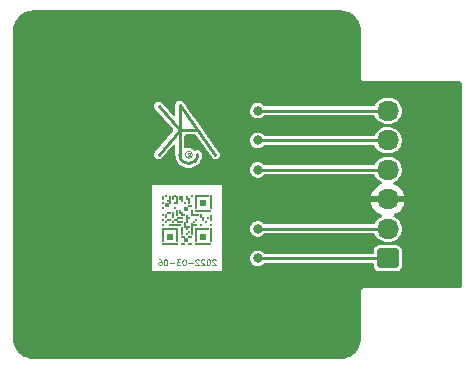
<source format=gbr>
%TF.GenerationSoftware,KiCad,Pcbnew,(6.0.2-0)*%
%TF.CreationDate,2022-03-06T07:34:13+00:00*%
%TF.ProjectId,L86,4c38362e-6b69-4636-9164-5f7063625858,rev?*%
%TF.SameCoordinates,Original*%
%TF.FileFunction,Copper,L2,Bot*%
%TF.FilePolarity,Positive*%
%FSLAX46Y46*%
G04 Gerber Fmt 4.6, Leading zero omitted, Abs format (unit mm)*
G04 Created by KiCad (PCBNEW (6.0.2-0)) date 2022-03-06 07:34:13*
%MOMM*%
%LPD*%
G01*
G04 APERTURE LIST*
G04 Aperture macros list*
%AMRoundRect*
0 Rectangle with rounded corners*
0 $1 Rounding radius*
0 $2 $3 $4 $5 $6 $7 $8 $9 X,Y pos of 4 corners*
0 Add a 4 corners polygon primitive as box body*
4,1,4,$2,$3,$4,$5,$6,$7,$8,$9,$2,$3,0*
0 Add four circle primitives for the rounded corners*
1,1,$1+$1,$2,$3*
1,1,$1+$1,$4,$5*
1,1,$1+$1,$6,$7*
1,1,$1+$1,$8,$9*
0 Add four rect primitives between the rounded corners*
20,1,$1+$1,$2,$3,$4,$5,0*
20,1,$1+$1,$4,$5,$6,$7,0*
20,1,$1+$1,$6,$7,$8,$9,0*
20,1,$1+$1,$8,$9,$2,$3,0*%
G04 Aperture macros list end*
%ADD10C,0.100000*%
%TA.AperFunction,NonConductor*%
%ADD11C,0.100000*%
%TD*%
%TA.AperFunction,EtchedComponent*%
%ADD12C,0.080000*%
%TD*%
%TA.AperFunction,EtchedComponent*%
%ADD13C,0.250000*%
%TD*%
%TA.AperFunction,ComponentPad*%
%ADD14RoundRect,0.250000X0.675000X-0.600000X0.675000X0.600000X-0.675000X0.600000X-0.675000X-0.600000X0*%
%TD*%
%TA.AperFunction,ComponentPad*%
%ADD15O,1.850000X1.700000*%
%TD*%
%TA.AperFunction,SMDPad,CuDef*%
%ADD16R,1.000000X0.200000*%
%TD*%
%TA.AperFunction,SMDPad,CuDef*%
%ADD17R,0.200000X0.200000*%
%TD*%
%TA.AperFunction,SMDPad,CuDef*%
%ADD18R,0.600000X0.600000*%
%TD*%
%TA.AperFunction,SMDPad,CuDef*%
%ADD19R,0.200000X0.600000*%
%TD*%
%TA.AperFunction,SMDPad,CuDef*%
%ADD20R,0.400000X0.400000*%
%TD*%
%TA.AperFunction,SMDPad,CuDef*%
%ADD21R,0.200000X1.200000*%
%TD*%
%TA.AperFunction,SMDPad,CuDef*%
%ADD22R,0.400000X0.200000*%
%TD*%
%TA.AperFunction,SMDPad,CuDef*%
%ADD23R,0.200000X0.400000*%
%TD*%
%TA.AperFunction,SMDPad,CuDef*%
%ADD24R,1.400000X0.200000*%
%TD*%
%TA.AperFunction,SMDPad,CuDef*%
%ADD25R,0.200000X1.000000*%
%TD*%
%TA.AperFunction,SMDPad,CuDef*%
%ADD26R,0.600000X0.200000*%
%TD*%
%TA.AperFunction,SMDPad,CuDef*%
%ADD27R,0.200000X0.800000*%
%TD*%
%TA.AperFunction,SMDPad,CuDef*%
%ADD28R,0.800000X0.200000*%
%TD*%
%TA.AperFunction,ViaPad*%
%ADD29C,0.800000*%
%TD*%
%TA.AperFunction,Conductor*%
%ADD30C,0.250000*%
%TD*%
G04 APERTURE END LIST*
D10*
%TO.C,U2*%
D11*
X102428571Y-106373809D02*
X102404761Y-106350000D01*
X102357142Y-106326190D01*
X102238095Y-106326190D01*
X102190476Y-106350000D01*
X102166666Y-106373809D01*
X102142857Y-106421428D01*
X102142857Y-106469047D01*
X102166666Y-106540476D01*
X102452380Y-106826190D01*
X102142857Y-106826190D01*
X101833333Y-106326190D02*
X101785714Y-106326190D01*
X101738095Y-106350000D01*
X101714285Y-106373809D01*
X101690476Y-106421428D01*
X101666666Y-106516666D01*
X101666666Y-106635714D01*
X101690476Y-106730952D01*
X101714285Y-106778571D01*
X101738095Y-106802380D01*
X101785714Y-106826190D01*
X101833333Y-106826190D01*
X101880952Y-106802380D01*
X101904761Y-106778571D01*
X101928571Y-106730952D01*
X101952380Y-106635714D01*
X101952380Y-106516666D01*
X101928571Y-106421428D01*
X101904761Y-106373809D01*
X101880952Y-106350000D01*
X101833333Y-106326190D01*
X101476190Y-106373809D02*
X101452380Y-106350000D01*
X101404761Y-106326190D01*
X101285714Y-106326190D01*
X101238095Y-106350000D01*
X101214285Y-106373809D01*
X101190476Y-106421428D01*
X101190476Y-106469047D01*
X101214285Y-106540476D01*
X101500000Y-106826190D01*
X101190476Y-106826190D01*
X101000000Y-106373809D02*
X100976190Y-106350000D01*
X100928571Y-106326190D01*
X100809523Y-106326190D01*
X100761904Y-106350000D01*
X100738095Y-106373809D01*
X100714285Y-106421428D01*
X100714285Y-106469047D01*
X100738095Y-106540476D01*
X101023809Y-106826190D01*
X100714285Y-106826190D01*
X100500000Y-106635714D02*
X100119047Y-106635714D01*
X99785714Y-106326190D02*
X99738095Y-106326190D01*
X99690476Y-106350000D01*
X99666666Y-106373809D01*
X99642857Y-106421428D01*
X99619047Y-106516666D01*
X99619047Y-106635714D01*
X99642857Y-106730952D01*
X99666666Y-106778571D01*
X99690476Y-106802380D01*
X99738095Y-106826190D01*
X99785714Y-106826190D01*
X99833333Y-106802380D01*
X99857142Y-106778571D01*
X99880952Y-106730952D01*
X99904761Y-106635714D01*
X99904761Y-106516666D01*
X99880952Y-106421428D01*
X99857142Y-106373809D01*
X99833333Y-106350000D01*
X99785714Y-106326190D01*
X99452380Y-106326190D02*
X99142857Y-106326190D01*
X99309523Y-106516666D01*
X99238095Y-106516666D01*
X99190476Y-106540476D01*
X99166666Y-106564285D01*
X99142857Y-106611904D01*
X99142857Y-106730952D01*
X99166666Y-106778571D01*
X99190476Y-106802380D01*
X99238095Y-106826190D01*
X99380952Y-106826190D01*
X99428571Y-106802380D01*
X99452380Y-106778571D01*
X98928571Y-106635714D02*
X98547619Y-106635714D01*
X98214285Y-106326190D02*
X98166666Y-106326190D01*
X98119047Y-106350000D01*
X98095238Y-106373809D01*
X98071428Y-106421428D01*
X98047619Y-106516666D01*
X98047619Y-106635714D01*
X98071428Y-106730952D01*
X98095238Y-106778571D01*
X98119047Y-106802380D01*
X98166666Y-106826190D01*
X98214285Y-106826190D01*
X98261904Y-106802380D01*
X98285714Y-106778571D01*
X98309523Y-106730952D01*
X98333333Y-106635714D01*
X98333333Y-106516666D01*
X98309523Y-106421428D01*
X98285714Y-106373809D01*
X98261904Y-106350000D01*
X98214285Y-106326190D01*
X97619047Y-106326190D02*
X97714285Y-106326190D01*
X97761904Y-106350000D01*
X97785714Y-106373809D01*
X97833333Y-106445238D01*
X97857142Y-106540476D01*
X97857142Y-106730952D01*
X97833333Y-106778571D01*
X97809523Y-106802380D01*
X97761904Y-106826190D01*
X97666666Y-106826190D01*
X97619047Y-106802380D01*
X97595238Y-106778571D01*
X97571428Y-106730952D01*
X97571428Y-106611904D01*
X97595238Y-106564285D01*
X97619047Y-106540476D01*
X97666666Y-106516666D01*
X97761904Y-106516666D01*
X97809523Y-106540476D01*
X97833333Y-106564285D01*
X97857142Y-106611904D01*
D12*
%TO.C,Logo1*%
X100250000Y-97325000D02*
X100250000Y-97625000D01*
X100250000Y-97485000D02*
X100150000Y-97485000D01*
X100150000Y-97485000D02*
X100050000Y-97625000D01*
X100250000Y-97325000D02*
X100150000Y-97325000D01*
D13*
X99400000Y-93275000D02*
X99400000Y-97475000D01*
X99400000Y-95375000D02*
X100900000Y-95375000D01*
X99400000Y-95375000D02*
X97600000Y-97475000D01*
X99400000Y-93275000D02*
X102400000Y-97475000D01*
X97600000Y-93375000D02*
X99400000Y-95375000D01*
D12*
X100150000Y-97325000D02*
G75*
G03*
X100150000Y-97485000I0J-80000D01*
G01*
D13*
X99400000Y-97475000D02*
G75*
G03*
X100900000Y-97475000I750000J0D01*
G01*
D12*
X100470000Y-97485000D02*
G75*
G03*
X100470000Y-97485000I-300000J0D01*
G01*
%TD*%
D14*
%TO.P,J1,1,Pin_1*%
%TO.N,Net-(J1-Pad1)*%
X117000000Y-106250000D03*
D15*
%TO.P,J1,2,Pin_2*%
%TO.N,Net-(J1-Pad2)*%
X117000000Y-103750000D03*
%TO.P,J1,3,Pin_3*%
%TO.N,GND*%
X117000000Y-101250000D03*
%TO.P,J1,4,Pin_4*%
%TO.N,Net-(J1-Pad4)*%
X117000000Y-98750000D03*
%TO.P,J1,5,Pin_5*%
%TO.N,Net-(J1-Pad5)*%
X117000000Y-96250000D03*
%TO.P,J1,6,Pin_6*%
%TO.N,Net-(J1-Pad6)*%
X117000000Y-93750000D03*
%TD*%
D16*
%TO.P,U2,*%
%TO.N,*%
X101400000Y-101000000D03*
D17*
X100600000Y-103200000D03*
X101200000Y-103400000D03*
D18*
X98600000Y-104400000D03*
D19*
X99800000Y-103400000D03*
D20*
X99900000Y-102100000D03*
D21*
X99200000Y-104300000D03*
D22*
X99700000Y-104400000D03*
D17*
X101800000Y-102800000D03*
X99400000Y-102200000D03*
X98200000Y-103200000D03*
D21*
X100800000Y-101500000D03*
D17*
X98800000Y-103200000D03*
D23*
X100000000Y-101100000D03*
D17*
X100200000Y-104000000D03*
D18*
X101400000Y-101600000D03*
D24*
X101400000Y-102200000D03*
D22*
X99100000Y-101600000D03*
X100300000Y-101800000D03*
D17*
X99000000Y-102000000D03*
D25*
X100400000Y-103800000D03*
D23*
X101200000Y-102700000D03*
D21*
X102000000Y-101500000D03*
D17*
X98000000Y-102000000D03*
X98000000Y-103000000D03*
D16*
X101400000Y-103800000D03*
D19*
X102000000Y-102800000D03*
D17*
X100800000Y-103000000D03*
D21*
X98000000Y-104300000D03*
D26*
X99400000Y-103200000D03*
D22*
X99100000Y-103000000D03*
X100300000Y-104400000D03*
X99500000Y-102400000D03*
D17*
X100200000Y-103600000D03*
D23*
X98000000Y-101100000D03*
D19*
X98800000Y-102600000D03*
D23*
X100000000Y-103700000D03*
D20*
X99900000Y-104700000D03*
D27*
X98600000Y-101300000D03*
D28*
X100700000Y-102600000D03*
D18*
X101400000Y-104400000D03*
D17*
X98000000Y-102600000D03*
X102000000Y-103400000D03*
X100200000Y-102800000D03*
D21*
X102000000Y-104300000D03*
D17*
X98200000Y-101000000D03*
D16*
X99000000Y-103400000D03*
D24*
X101400000Y-105000000D03*
D17*
X101600000Y-103200000D03*
D19*
X99200000Y-102400000D03*
D17*
X100000000Y-104200000D03*
D22*
X100700000Y-103400000D03*
D20*
X98300000Y-101700000D03*
D19*
X100200000Y-101400000D03*
D23*
X100400000Y-102300000D03*
D16*
X98600000Y-103800000D03*
D23*
X98800000Y-101100000D03*
X99400000Y-101100000D03*
D22*
X98500000Y-102400000D03*
D26*
X99400000Y-102800000D03*
D17*
X100400000Y-101000000D03*
X98000000Y-103400000D03*
D27*
X100000000Y-102900000D03*
D21*
X100800000Y-104300000D03*
D17*
X98400000Y-101400000D03*
D23*
X101400000Y-102900000D03*
D17*
X99800000Y-101600000D03*
D22*
X100300000Y-105000000D03*
D17*
X98000000Y-101600000D03*
D23*
X98200000Y-102700000D03*
D27*
X99600000Y-103900000D03*
D19*
X99200000Y-101200000D03*
D17*
X99000000Y-101000000D03*
D19*
X99600000Y-101200000D03*
D24*
X98600000Y-105000000D03*
D22*
X98500000Y-103000000D03*
X99700000Y-102600000D03*
X99700000Y-105000000D03*
%TD*%
D29*
%TO.N,Net-(J1-Pad1)*%
X106000000Y-106250000D03*
%TO.N,Net-(J1-Pad2)*%
X106000000Y-103750000D03*
%TO.N,Net-(J1-Pad4)*%
X106000000Y-98750000D03*
%TO.N,Net-(J1-Pad5)*%
X106000000Y-96250000D03*
%TO.N,Net-(J1-Pad6)*%
X106000000Y-93750000D03*
%TD*%
D30*
%TO.N,Net-(J1-Pad1)*%
X117000000Y-106250000D02*
X106000000Y-106250000D01*
%TO.N,Net-(J1-Pad2)*%
X117000000Y-103750000D02*
X106000000Y-103750000D01*
%TO.N,Net-(J1-Pad4)*%
X117000000Y-98750000D02*
X106000000Y-98750000D01*
%TO.N,Net-(J1-Pad5)*%
X117000000Y-96250000D02*
X106000000Y-96250000D01*
%TO.N,Net-(J1-Pad6)*%
X117000000Y-93750000D02*
X106000000Y-93750000D01*
%TD*%
%TA.AperFunction,Conductor*%
%TO.N,GND*%
G36*
X112987153Y-85256421D02*
G01*
X113000000Y-85258976D01*
X113012171Y-85256555D01*
X113024581Y-85256555D01*
X113024581Y-85257198D01*
X113035326Y-85256527D01*
X113239491Y-85271129D01*
X113257285Y-85273687D01*
X113483101Y-85322810D01*
X113500350Y-85327875D01*
X113583148Y-85358757D01*
X113716877Y-85408635D01*
X113733226Y-85416102D01*
X113936049Y-85526852D01*
X113951173Y-85536571D01*
X114136176Y-85675063D01*
X114149762Y-85686836D01*
X114313164Y-85850238D01*
X114324937Y-85863824D01*
X114463429Y-86048827D01*
X114473148Y-86063951D01*
X114583898Y-86266774D01*
X114591367Y-86283127D01*
X114672125Y-86499650D01*
X114677190Y-86516899D01*
X114726313Y-86742715D01*
X114728871Y-86760509D01*
X114743473Y-86964674D01*
X114742802Y-86975419D01*
X114743445Y-86975419D01*
X114743445Y-86987829D01*
X114741024Y-87000000D01*
X114743445Y-87012170D01*
X114743579Y-87012844D01*
X114746000Y-87037425D01*
X114746000Y-90962575D01*
X114743579Y-90987153D01*
X114741024Y-91000000D01*
X114746000Y-91025017D01*
X114760737Y-91099106D01*
X114816876Y-91183124D01*
X114900894Y-91239263D01*
X115000000Y-91258976D01*
X115012847Y-91256421D01*
X115037425Y-91254000D01*
X123120000Y-91254000D01*
X123188121Y-91274002D01*
X123234614Y-91327658D01*
X123246000Y-91380000D01*
X123246000Y-108620000D01*
X123225998Y-108688121D01*
X123172342Y-108734614D01*
X123120000Y-108746000D01*
X115037425Y-108746000D01*
X115012847Y-108743579D01*
X115000000Y-108741024D01*
X114987828Y-108743445D01*
X114974983Y-108746000D01*
X114900894Y-108760737D01*
X114816876Y-108816876D01*
X114760737Y-108900894D01*
X114741024Y-109000000D01*
X114743445Y-109012170D01*
X114743579Y-109012844D01*
X114746000Y-109037425D01*
X114746000Y-112962575D01*
X114743579Y-112987153D01*
X114741024Y-113000000D01*
X114743445Y-113012171D01*
X114743445Y-113024581D01*
X114742802Y-113024581D01*
X114743473Y-113035326D01*
X114728871Y-113239491D01*
X114726313Y-113257285D01*
X114677190Y-113483101D01*
X114672125Y-113500350D01*
X114591367Y-113716873D01*
X114583898Y-113733226D01*
X114473148Y-113936049D01*
X114463429Y-113951173D01*
X114324937Y-114136176D01*
X114313164Y-114149762D01*
X114149762Y-114313164D01*
X114136176Y-114324937D01*
X113951173Y-114463429D01*
X113936049Y-114473148D01*
X113733226Y-114583898D01*
X113716877Y-114591365D01*
X113583148Y-114641243D01*
X113500350Y-114672125D01*
X113483101Y-114677190D01*
X113257285Y-114726313D01*
X113239491Y-114728871D01*
X113035326Y-114743473D01*
X113024581Y-114742802D01*
X113024581Y-114743445D01*
X113012171Y-114743445D01*
X113000000Y-114741024D01*
X112987153Y-114743579D01*
X112962575Y-114746000D01*
X87037425Y-114746000D01*
X87012847Y-114743579D01*
X87000000Y-114741024D01*
X86987829Y-114743445D01*
X86975419Y-114743445D01*
X86975419Y-114742802D01*
X86964674Y-114743473D01*
X86760509Y-114728871D01*
X86742715Y-114726313D01*
X86516899Y-114677190D01*
X86499650Y-114672125D01*
X86416852Y-114641243D01*
X86283123Y-114591365D01*
X86266774Y-114583898D01*
X86063951Y-114473148D01*
X86048827Y-114463429D01*
X85863824Y-114324937D01*
X85850238Y-114313164D01*
X85686836Y-114149762D01*
X85675063Y-114136176D01*
X85536571Y-113951173D01*
X85526852Y-113936049D01*
X85416102Y-113733226D01*
X85408633Y-113716873D01*
X85327875Y-113500350D01*
X85322810Y-113483101D01*
X85273687Y-113257285D01*
X85271129Y-113239491D01*
X85256527Y-113035326D01*
X85257198Y-113024581D01*
X85256555Y-113024581D01*
X85256555Y-113012171D01*
X85258976Y-113000000D01*
X85256421Y-112987153D01*
X85254000Y-112962575D01*
X85254000Y-107350000D01*
X97050000Y-107350000D01*
X102950000Y-107350000D01*
X102950000Y-106243096D01*
X105340729Y-106243096D01*
X105358113Y-106400553D01*
X105412553Y-106549319D01*
X105500908Y-106680805D01*
X105506527Y-106685918D01*
X105506528Y-106685919D01*
X105517903Y-106696269D01*
X105618076Y-106787419D01*
X105757293Y-106863008D01*
X105910522Y-106903207D01*
X105994477Y-106904526D01*
X106061319Y-106905576D01*
X106061322Y-106905576D01*
X106068916Y-106905695D01*
X106223332Y-106870329D01*
X106293742Y-106834917D01*
X106358072Y-106802563D01*
X106358075Y-106802561D01*
X106364855Y-106799151D01*
X106370626Y-106794222D01*
X106370629Y-106794220D01*
X106479542Y-106701199D01*
X106479543Y-106701198D01*
X106485314Y-106696269D01*
X106495586Y-106681974D01*
X106551581Y-106638326D01*
X106597909Y-106629500D01*
X115694500Y-106629500D01*
X115762621Y-106649502D01*
X115809114Y-106703158D01*
X115820500Y-106755500D01*
X115820500Y-106897756D01*
X115820869Y-106901152D01*
X115820869Y-106901153D01*
X115821350Y-106905576D01*
X115827202Y-106959448D01*
X115877929Y-107094764D01*
X115883309Y-107101943D01*
X115883311Y-107101946D01*
X115949287Y-107189977D01*
X115964596Y-107210404D01*
X115971776Y-107215785D01*
X116073054Y-107291689D01*
X116073057Y-107291691D01*
X116080236Y-107297071D01*
X116169954Y-107330704D01*
X116208157Y-107345026D01*
X116208159Y-107345026D01*
X116215552Y-107347798D01*
X116223402Y-107348651D01*
X116223403Y-107348651D01*
X116235821Y-107350000D01*
X116277244Y-107354500D01*
X117722756Y-107354500D01*
X117764179Y-107350000D01*
X117776597Y-107348651D01*
X117776598Y-107348651D01*
X117784448Y-107347798D01*
X117791841Y-107345026D01*
X117791843Y-107345026D01*
X117830046Y-107330704D01*
X117919764Y-107297071D01*
X117926943Y-107291691D01*
X117926946Y-107291689D01*
X118028224Y-107215785D01*
X118035404Y-107210404D01*
X118050713Y-107189977D01*
X118116689Y-107101946D01*
X118116691Y-107101943D01*
X118122071Y-107094764D01*
X118172798Y-106959448D01*
X118178651Y-106905576D01*
X118179131Y-106901153D01*
X118179131Y-106901152D01*
X118179500Y-106897756D01*
X118179500Y-105602244D01*
X118172798Y-105540552D01*
X118122071Y-105405236D01*
X118116691Y-105398057D01*
X118116689Y-105398054D01*
X118040785Y-105296776D01*
X118035404Y-105289596D01*
X118014977Y-105274287D01*
X117926946Y-105208311D01*
X117926943Y-105208309D01*
X117919764Y-105202929D01*
X117830046Y-105169296D01*
X117791843Y-105154974D01*
X117791841Y-105154974D01*
X117784448Y-105152202D01*
X117776598Y-105151349D01*
X117776597Y-105151349D01*
X117726153Y-105145869D01*
X117726152Y-105145869D01*
X117722756Y-105145500D01*
X116277244Y-105145500D01*
X116273848Y-105145869D01*
X116273847Y-105145869D01*
X116223403Y-105151349D01*
X116223402Y-105151349D01*
X116215552Y-105152202D01*
X116208159Y-105154974D01*
X116208157Y-105154974D01*
X116169954Y-105169296D01*
X116080236Y-105202929D01*
X116073057Y-105208309D01*
X116073054Y-105208311D01*
X115985023Y-105274287D01*
X115964596Y-105289596D01*
X115959215Y-105296776D01*
X115883311Y-105398054D01*
X115883309Y-105398057D01*
X115877929Y-105405236D01*
X115827202Y-105540552D01*
X115820500Y-105602244D01*
X115820500Y-105744500D01*
X115800498Y-105812621D01*
X115746842Y-105859114D01*
X115694500Y-105870500D01*
X106599682Y-105870500D01*
X106531561Y-105850498D01*
X106505114Y-105824860D01*
X106503878Y-105825949D01*
X106498855Y-105820251D01*
X106494553Y-105813992D01*
X106376275Y-105708611D01*
X106368889Y-105704700D01*
X106242988Y-105638039D01*
X106242989Y-105638039D01*
X106236274Y-105634484D01*
X106082633Y-105595892D01*
X106075034Y-105595852D01*
X106075033Y-105595852D01*
X106009181Y-105595507D01*
X105924221Y-105595062D01*
X105916841Y-105596834D01*
X105916839Y-105596834D01*
X105777563Y-105630271D01*
X105777560Y-105630272D01*
X105770184Y-105632043D01*
X105629414Y-105704700D01*
X105510039Y-105808838D01*
X105418950Y-105938444D01*
X105361406Y-106086037D01*
X105340729Y-106243096D01*
X102950000Y-106243096D01*
X102950000Y-103743096D01*
X105340729Y-103743096D01*
X105358113Y-103900553D01*
X105360723Y-103907684D01*
X105360723Y-103907686D01*
X105401254Y-104018442D01*
X105412553Y-104049319D01*
X105500908Y-104180805D01*
X105506527Y-104185918D01*
X105506528Y-104185919D01*
X105540763Y-104217070D01*
X105618076Y-104287419D01*
X105757293Y-104363008D01*
X105910522Y-104403207D01*
X105994477Y-104404526D01*
X106061319Y-104405576D01*
X106061322Y-104405576D01*
X106068916Y-104405695D01*
X106223332Y-104370329D01*
X106293742Y-104334917D01*
X106358072Y-104302563D01*
X106358075Y-104302561D01*
X106364855Y-104299151D01*
X106370626Y-104294222D01*
X106370629Y-104294220D01*
X106479542Y-104201199D01*
X106479543Y-104201198D01*
X106485314Y-104196269D01*
X106495586Y-104181974D01*
X106551581Y-104138326D01*
X106597909Y-104129500D01*
X115803109Y-104129500D01*
X115871230Y-104149502D01*
X115917810Y-104203349D01*
X115963157Y-104303084D01*
X116085096Y-104474986D01*
X116237340Y-104620728D01*
X116242375Y-104623979D01*
X116409360Y-104731800D01*
X116409363Y-104731801D01*
X116414397Y-104735052D01*
X116609878Y-104813834D01*
X116732688Y-104837817D01*
X116812283Y-104853361D01*
X116812286Y-104853361D01*
X116816729Y-104854229D01*
X116822270Y-104854500D01*
X117127659Y-104854500D01*
X117284806Y-104839507D01*
X117487042Y-104780177D01*
X117570304Y-104737294D01*
X117669079Y-104686422D01*
X117669082Y-104686420D01*
X117674410Y-104683676D01*
X117750408Y-104623979D01*
X117835432Y-104557192D01*
X117835436Y-104557188D01*
X117840149Y-104553486D01*
X117904674Y-104479128D01*
X117974350Y-104398835D01*
X117974354Y-104398830D01*
X117978281Y-104394304D01*
X118083819Y-104211874D01*
X118152957Y-104012778D01*
X118168195Y-103907686D01*
X118182338Y-103810140D01*
X118182338Y-103810137D01*
X118183199Y-103804200D01*
X118173455Y-103593667D01*
X118136047Y-103438444D01*
X118125482Y-103394607D01*
X118125481Y-103394605D01*
X118124076Y-103388774D01*
X118115768Y-103370500D01*
X118044458Y-103213664D01*
X118036843Y-103196916D01*
X117914904Y-103025014D01*
X117762660Y-102879272D01*
X117665171Y-102816324D01*
X117590640Y-102768200D01*
X117590637Y-102768199D01*
X117585603Y-102764948D01*
X117575643Y-102760934D01*
X117560226Y-102754720D01*
X117504521Y-102710704D01*
X117481456Y-102643558D01*
X117498354Y-102574602D01*
X117555576Y-102522973D01*
X117732970Y-102443063D01*
X117742256Y-102437894D01*
X117924575Y-102315150D01*
X117932870Y-102308481D01*
X118091900Y-102156772D01*
X118098941Y-102148814D01*
X118230141Y-101972475D01*
X118235745Y-101963438D01*
X118335357Y-101767516D01*
X118339357Y-101757665D01*
X118404534Y-101547760D01*
X118406817Y-101537376D01*
X118408861Y-101521957D01*
X118406665Y-101507793D01*
X118393478Y-101504000D01*
X115608808Y-101504000D01*
X115595277Y-101507973D01*
X115593752Y-101518580D01*
X115618477Y-101636421D01*
X115621537Y-101646617D01*
X115702263Y-101851029D01*
X115706994Y-101860561D01*
X115821016Y-102048462D01*
X115827280Y-102057052D01*
X115971327Y-102223052D01*
X115978958Y-102230472D01*
X116148911Y-102369826D01*
X116157678Y-102375850D01*
X116348682Y-102484576D01*
X116358345Y-102489041D01*
X116440788Y-102518966D01*
X116497996Y-102561010D01*
X116523392Y-102627309D01*
X116508912Y-102696814D01*
X116455490Y-102749421D01*
X116325590Y-102816324D01*
X116320875Y-102820028D01*
X116164568Y-102942808D01*
X116164564Y-102942812D01*
X116159851Y-102946514D01*
X116155920Y-102951044D01*
X116155919Y-102951045D01*
X116025650Y-103101165D01*
X116025646Y-103101170D01*
X116021719Y-103105696D01*
X115916181Y-103288126D01*
X115914214Y-103293791D01*
X115912766Y-103296953D01*
X115866221Y-103350564D01*
X115798203Y-103370500D01*
X106599682Y-103370500D01*
X106531561Y-103350498D01*
X106505114Y-103324860D01*
X106503878Y-103325949D01*
X106498855Y-103320251D01*
X106494553Y-103313992D01*
X106376275Y-103208611D01*
X106368889Y-103204700D01*
X106242988Y-103138039D01*
X106242989Y-103138039D01*
X106236274Y-103134484D01*
X106082633Y-103095892D01*
X106075034Y-103095852D01*
X106075033Y-103095852D01*
X106009181Y-103095507D01*
X105924221Y-103095062D01*
X105916841Y-103096834D01*
X105916839Y-103096834D01*
X105777563Y-103130271D01*
X105777560Y-103130272D01*
X105770184Y-103132043D01*
X105629414Y-103204700D01*
X105510039Y-103308838D01*
X105418950Y-103438444D01*
X105361406Y-103586037D01*
X105360414Y-103593570D01*
X105360414Y-103593571D01*
X105360402Y-103593667D01*
X105340729Y-103743096D01*
X102950000Y-103743096D01*
X102950000Y-100050000D01*
X97050000Y-100050000D01*
X97050000Y-107350000D01*
X85254000Y-107350000D01*
X85254000Y-98743096D01*
X105340729Y-98743096D01*
X105358113Y-98900553D01*
X105360723Y-98907684D01*
X105360723Y-98907686D01*
X105401254Y-99018442D01*
X105412553Y-99049319D01*
X105500908Y-99180805D01*
X105506527Y-99185918D01*
X105506528Y-99185919D01*
X105540763Y-99217070D01*
X105618076Y-99287419D01*
X105757293Y-99363008D01*
X105910522Y-99403207D01*
X105994477Y-99404526D01*
X106061319Y-99405576D01*
X106061322Y-99405576D01*
X106068916Y-99405695D01*
X106223332Y-99370329D01*
X106293742Y-99334917D01*
X106358072Y-99302563D01*
X106358075Y-99302561D01*
X106364855Y-99299151D01*
X106370626Y-99294222D01*
X106370629Y-99294220D01*
X106479542Y-99201199D01*
X106479543Y-99201198D01*
X106485314Y-99196269D01*
X106495586Y-99181974D01*
X106551581Y-99138326D01*
X106597909Y-99129500D01*
X115803109Y-99129500D01*
X115871230Y-99149502D01*
X115917810Y-99203349D01*
X115963157Y-99303084D01*
X116085096Y-99474986D01*
X116237340Y-99620728D01*
X116242375Y-99623979D01*
X116409360Y-99731800D01*
X116409363Y-99731801D01*
X116414397Y-99735052D01*
X116419963Y-99737295D01*
X116439774Y-99745280D01*
X116495479Y-99789296D01*
X116518544Y-99856442D01*
X116501646Y-99925398D01*
X116444424Y-99977027D01*
X116267030Y-100056937D01*
X116257744Y-100062106D01*
X116075425Y-100184850D01*
X116067130Y-100191519D01*
X115908100Y-100343228D01*
X115901059Y-100351186D01*
X115769859Y-100527525D01*
X115764255Y-100536562D01*
X115664643Y-100732484D01*
X115660643Y-100742335D01*
X115595466Y-100952240D01*
X115593183Y-100962624D01*
X115591139Y-100978043D01*
X115593335Y-100992207D01*
X115606522Y-100996000D01*
X118391192Y-100996000D01*
X118404723Y-100992027D01*
X118406248Y-100981420D01*
X118381523Y-100863579D01*
X118378463Y-100853383D01*
X118297737Y-100648971D01*
X118293006Y-100639439D01*
X118178984Y-100451538D01*
X118172720Y-100442948D01*
X118028673Y-100276948D01*
X118021042Y-100269528D01*
X117851089Y-100130174D01*
X117842322Y-100124150D01*
X117651318Y-100015424D01*
X117641655Y-100010959D01*
X117559212Y-99981034D01*
X117502004Y-99938990D01*
X117476608Y-99872691D01*
X117491088Y-99803186D01*
X117544510Y-99750579D01*
X117545350Y-99750147D01*
X117674410Y-99683676D01*
X117750408Y-99623979D01*
X117835432Y-99557192D01*
X117835436Y-99557188D01*
X117840149Y-99553486D01*
X117904674Y-99479128D01*
X117974350Y-99398835D01*
X117974354Y-99398830D01*
X117978281Y-99394304D01*
X118083819Y-99211874D01*
X118152957Y-99012778D01*
X118168195Y-98907686D01*
X118182338Y-98810140D01*
X118182338Y-98810137D01*
X118183199Y-98804200D01*
X118173455Y-98593667D01*
X118159954Y-98537643D01*
X118125482Y-98394607D01*
X118125481Y-98394605D01*
X118124076Y-98388774D01*
X118115768Y-98370500D01*
X118044458Y-98213664D01*
X118036843Y-98196916D01*
X117914904Y-98025014D01*
X117762660Y-97879272D01*
X117685516Y-97829461D01*
X117590640Y-97768200D01*
X117590637Y-97768199D01*
X117585603Y-97764948D01*
X117390122Y-97686166D01*
X117255739Y-97659923D01*
X117187717Y-97646639D01*
X117187714Y-97646639D01*
X117183271Y-97645771D01*
X117177730Y-97645500D01*
X116872341Y-97645500D01*
X116715194Y-97660493D01*
X116512958Y-97719823D01*
X116437560Y-97758655D01*
X116330921Y-97813578D01*
X116330918Y-97813580D01*
X116325590Y-97816324D01*
X116292833Y-97842055D01*
X116164568Y-97942808D01*
X116164564Y-97942812D01*
X116159851Y-97946514D01*
X116155920Y-97951044D01*
X116155919Y-97951045D01*
X116025650Y-98101165D01*
X116025646Y-98101170D01*
X116021719Y-98105696D01*
X115916181Y-98288126D01*
X115914214Y-98293791D01*
X115912766Y-98296953D01*
X115866221Y-98350564D01*
X115798203Y-98370500D01*
X106599682Y-98370500D01*
X106531561Y-98350498D01*
X106505114Y-98324860D01*
X106503878Y-98325949D01*
X106498855Y-98320251D01*
X106494553Y-98313992D01*
X106376275Y-98208611D01*
X106368889Y-98204700D01*
X106242988Y-98138039D01*
X106242989Y-98138039D01*
X106236274Y-98134484D01*
X106082633Y-98095892D01*
X106075034Y-98095852D01*
X106075033Y-98095852D01*
X106009181Y-98095507D01*
X105924221Y-98095062D01*
X105916841Y-98096834D01*
X105916839Y-98096834D01*
X105777563Y-98130271D01*
X105777560Y-98130272D01*
X105770184Y-98132043D01*
X105629414Y-98204700D01*
X105510039Y-98308838D01*
X105418950Y-98438444D01*
X105361406Y-98586037D01*
X105360414Y-98593570D01*
X105360414Y-98593571D01*
X105360402Y-98593667D01*
X105340729Y-98743096D01*
X85254000Y-98743096D01*
X85254000Y-97456221D01*
X97216218Y-97456221D01*
X97217423Y-97466559D01*
X97217423Y-97466560D01*
X97227844Y-97555953D01*
X97230827Y-97581547D01*
X97258035Y-97638465D01*
X97280752Y-97685990D01*
X97280754Y-97685992D01*
X97285243Y-97695384D01*
X97373599Y-97785458D01*
X97486369Y-97842055D01*
X97611390Y-97859072D01*
X97621610Y-97857058D01*
X97621611Y-97857058D01*
X97724964Y-97836690D01*
X97735184Y-97834676D01*
X97766908Y-97816324D01*
X97837545Y-97775461D01*
X97837547Y-97775459D01*
X97844400Y-97771495D01*
X97848380Y-97767592D01*
X98799335Y-96658145D01*
X98858853Y-96619441D01*
X98929848Y-96619060D01*
X98989780Y-96657122D01*
X99019619Y-96721544D01*
X99021000Y-96740145D01*
X99021000Y-97435256D01*
X99019449Y-97454966D01*
X99016276Y-97475000D01*
X99017194Y-97480797D01*
X99033905Y-97671798D01*
X99061419Y-97774483D01*
X99079807Y-97843107D01*
X99085034Y-97862616D01*
X99087357Y-97867597D01*
X99087357Y-97867598D01*
X99166196Y-98036670D01*
X99166199Y-98036675D01*
X99168522Y-98041657D01*
X99207794Y-98097743D01*
X99277236Y-98196916D01*
X99281832Y-98203480D01*
X99421520Y-98343168D01*
X99583344Y-98456478D01*
X99588322Y-98458799D01*
X99588325Y-98458801D01*
X99757402Y-98537643D01*
X99762384Y-98539966D01*
X99767692Y-98541388D01*
X99767694Y-98541389D01*
X99947887Y-98589671D01*
X99947888Y-98589671D01*
X99953202Y-98591095D01*
X100150000Y-98608313D01*
X100346798Y-98591095D01*
X100352112Y-98589671D01*
X100352113Y-98589671D01*
X100532306Y-98541389D01*
X100532308Y-98541388D01*
X100537616Y-98539966D01*
X100542598Y-98537643D01*
X100711670Y-98458804D01*
X100711675Y-98458801D01*
X100716657Y-98456478D01*
X100839446Y-98370500D01*
X100873969Y-98346327D01*
X100873972Y-98346325D01*
X100878480Y-98343168D01*
X101018168Y-98203480D01*
X101022765Y-98196916D01*
X101092206Y-98097743D01*
X101131478Y-98041657D01*
X101133801Y-98036675D01*
X101133804Y-98036670D01*
X101212643Y-97867598D01*
X101212643Y-97867597D01*
X101214966Y-97862616D01*
X101220194Y-97843107D01*
X101238581Y-97774483D01*
X101266095Y-97671798D01*
X101282806Y-97480797D01*
X101283724Y-97475000D01*
X101264943Y-97356423D01*
X101210439Y-97249453D01*
X101125547Y-97164561D01*
X101018577Y-97110057D01*
X101008787Y-97108506D01*
X101008786Y-97108506D01*
X100909792Y-97092827D01*
X100900000Y-97091276D01*
X100890208Y-97092827D01*
X100791214Y-97108506D01*
X100791213Y-97108506D01*
X100781423Y-97110057D01*
X100766666Y-97117576D01*
X100696891Y-97130681D01*
X100631106Y-97103983D01*
X100609500Y-97082014D01*
X100598673Y-97067904D01*
X100598669Y-97067900D01*
X100593646Y-97061354D01*
X100469563Y-96966142D01*
X100325065Y-96906289D01*
X100170000Y-96885874D01*
X100014935Y-96906289D01*
X100007303Y-96909450D01*
X100007304Y-96909450D01*
X99953218Y-96931853D01*
X99882628Y-96939442D01*
X99819141Y-96907663D01*
X99782914Y-96846605D01*
X99779000Y-96815444D01*
X99779000Y-95880000D01*
X99799002Y-95811879D01*
X99852658Y-95765386D01*
X99905000Y-95754000D01*
X100640119Y-95754000D01*
X100708240Y-95774002D01*
X100742648Y-95806763D01*
X101166784Y-96400553D01*
X102096973Y-97702818D01*
X102109897Y-97720912D01*
X102176530Y-97787573D01*
X102289826Y-97843107D01*
X102343402Y-97849887D01*
X102404670Y-97857640D01*
X102404673Y-97857640D01*
X102415002Y-97858947D01*
X102425197Y-97856838D01*
X102425199Y-97856838D01*
X102528368Y-97835497D01*
X102528371Y-97835496D01*
X102538561Y-97833388D01*
X102647179Y-97769184D01*
X102729144Y-97673256D01*
X102775617Y-97555953D01*
X102781588Y-97429920D01*
X102759694Y-97354500D01*
X102748621Y-97316359D01*
X102748620Y-97316358D01*
X102746411Y-97308747D01*
X102743575Y-97303949D01*
X101985823Y-96243096D01*
X105340729Y-96243096D01*
X105358113Y-96400553D01*
X105360723Y-96407684D01*
X105360723Y-96407686D01*
X105401254Y-96518442D01*
X105412553Y-96549319D01*
X105416789Y-96555622D01*
X105416789Y-96555623D01*
X105484994Y-96657122D01*
X105500908Y-96680805D01*
X105506527Y-96685918D01*
X105506528Y-96685919D01*
X105540763Y-96717070D01*
X105618076Y-96787419D01*
X105757293Y-96863008D01*
X105910522Y-96903207D01*
X105994477Y-96904526D01*
X106061319Y-96905576D01*
X106061322Y-96905576D01*
X106068916Y-96905695D01*
X106223332Y-96870329D01*
X106332460Y-96815444D01*
X106358072Y-96802563D01*
X106358075Y-96802561D01*
X106364855Y-96799151D01*
X106370626Y-96794222D01*
X106370629Y-96794220D01*
X106479542Y-96701199D01*
X106479543Y-96701198D01*
X106485314Y-96696269D01*
X106495586Y-96681974D01*
X106551581Y-96638326D01*
X106597909Y-96629500D01*
X115803109Y-96629500D01*
X115871230Y-96649502D01*
X115917810Y-96703349D01*
X115963157Y-96803084D01*
X116085096Y-96974986D01*
X116237340Y-97120728D01*
X116242375Y-97123979D01*
X116409360Y-97231800D01*
X116409363Y-97231801D01*
X116414397Y-97235052D01*
X116609878Y-97313834D01*
X116707612Y-97332920D01*
X116812283Y-97353361D01*
X116812286Y-97353361D01*
X116816729Y-97354229D01*
X116822270Y-97354500D01*
X117127659Y-97354500D01*
X117284806Y-97339507D01*
X117337624Y-97324012D01*
X117481278Y-97281868D01*
X117487042Y-97280177D01*
X117570304Y-97237294D01*
X117669079Y-97186422D01*
X117669082Y-97186420D01*
X117674410Y-97183676D01*
X117750408Y-97123979D01*
X117835432Y-97057192D01*
X117835436Y-97057188D01*
X117840149Y-97053486D01*
X117904674Y-96979128D01*
X117974350Y-96898835D01*
X117974354Y-96898830D01*
X117978281Y-96894304D01*
X118083819Y-96711874D01*
X118152957Y-96512778D01*
X118168195Y-96407686D01*
X118182338Y-96310140D01*
X118182338Y-96310137D01*
X118183199Y-96304200D01*
X118173455Y-96093667D01*
X118136047Y-95938444D01*
X118125482Y-95894607D01*
X118125481Y-95894605D01*
X118124076Y-95888774D01*
X118115768Y-95870500D01*
X118044458Y-95713664D01*
X118036843Y-95696916D01*
X117914904Y-95525014D01*
X117762660Y-95379272D01*
X117638091Y-95298839D01*
X117590640Y-95268200D01*
X117590637Y-95268199D01*
X117585603Y-95264948D01*
X117390122Y-95186166D01*
X117255739Y-95159923D01*
X117187717Y-95146639D01*
X117187714Y-95146639D01*
X117183271Y-95145771D01*
X117177730Y-95145500D01*
X116872341Y-95145500D01*
X116715194Y-95160493D01*
X116512958Y-95219823D01*
X116507619Y-95222573D01*
X116330921Y-95313578D01*
X116330918Y-95313580D01*
X116325590Y-95316324D01*
X116320875Y-95320028D01*
X116164568Y-95442808D01*
X116164564Y-95442812D01*
X116159851Y-95446514D01*
X116155920Y-95451044D01*
X116155919Y-95451045D01*
X116025650Y-95601165D01*
X116025646Y-95601170D01*
X116021719Y-95605696D01*
X115916181Y-95788126D01*
X115914214Y-95793791D01*
X115912766Y-95796953D01*
X115866221Y-95850564D01*
X115798203Y-95870500D01*
X106599682Y-95870500D01*
X106531561Y-95850498D01*
X106505114Y-95824860D01*
X106503878Y-95825949D01*
X106498855Y-95820251D01*
X106494553Y-95813992D01*
X106486441Y-95806764D01*
X106381946Y-95713664D01*
X106376275Y-95708611D01*
X106368889Y-95704700D01*
X106242988Y-95638039D01*
X106242989Y-95638039D01*
X106236274Y-95634484D01*
X106082633Y-95595892D01*
X106075034Y-95595852D01*
X106075033Y-95595852D01*
X106009181Y-95595507D01*
X105924221Y-95595062D01*
X105916841Y-95596834D01*
X105916839Y-95596834D01*
X105777563Y-95630271D01*
X105777560Y-95630272D01*
X105770184Y-95632043D01*
X105629414Y-95704700D01*
X105510039Y-95808838D01*
X105418950Y-95938444D01*
X105361406Y-96086037D01*
X105360414Y-96093570D01*
X105360414Y-96093571D01*
X105360402Y-96093667D01*
X105340729Y-96243096D01*
X101985823Y-96243096D01*
X101728834Y-95883312D01*
X101215628Y-95164823D01*
X101212306Y-95159935D01*
X101184197Y-95116401D01*
X101178172Y-95111651D01*
X101173630Y-95106026D01*
X100993969Y-94854500D01*
X100200108Y-93743096D01*
X105340729Y-93743096D01*
X105358113Y-93900553D01*
X105360723Y-93907684D01*
X105360723Y-93907686D01*
X105401254Y-94018442D01*
X105412553Y-94049319D01*
X105500908Y-94180805D01*
X105506527Y-94185918D01*
X105506528Y-94185919D01*
X105540763Y-94217070D01*
X105618076Y-94287419D01*
X105757293Y-94363008D01*
X105910522Y-94403207D01*
X105994477Y-94404526D01*
X106061319Y-94405576D01*
X106061322Y-94405576D01*
X106068916Y-94405695D01*
X106223332Y-94370329D01*
X106293742Y-94334917D01*
X106358072Y-94302563D01*
X106358075Y-94302561D01*
X106364855Y-94299151D01*
X106370626Y-94294222D01*
X106370629Y-94294220D01*
X106479542Y-94201199D01*
X106479543Y-94201198D01*
X106485314Y-94196269D01*
X106495586Y-94181974D01*
X106551581Y-94138326D01*
X106597909Y-94129500D01*
X115803109Y-94129500D01*
X115871230Y-94149502D01*
X115917810Y-94203349D01*
X115963157Y-94303084D01*
X116085096Y-94474986D01*
X116237340Y-94620728D01*
X116242375Y-94623979D01*
X116409360Y-94731800D01*
X116409363Y-94731801D01*
X116414397Y-94735052D01*
X116609878Y-94813834D01*
X116732688Y-94837817D01*
X116812283Y-94853361D01*
X116812286Y-94853361D01*
X116816729Y-94854229D01*
X116822270Y-94854500D01*
X117127659Y-94854500D01*
X117284806Y-94839507D01*
X117487042Y-94780177D01*
X117572390Y-94736220D01*
X117669079Y-94686422D01*
X117669082Y-94686420D01*
X117674410Y-94683676D01*
X117750408Y-94623979D01*
X117835432Y-94557192D01*
X117835436Y-94557188D01*
X117840149Y-94553486D01*
X117904674Y-94479128D01*
X117974350Y-94398835D01*
X117974354Y-94398830D01*
X117978281Y-94394304D01*
X118083819Y-94211874D01*
X118152957Y-94012778D01*
X118168195Y-93907686D01*
X118182338Y-93810140D01*
X118182338Y-93810137D01*
X118183199Y-93804200D01*
X118173455Y-93593667D01*
X118171505Y-93585573D01*
X118125482Y-93394607D01*
X118125481Y-93394605D01*
X118124076Y-93388774D01*
X118115768Y-93370500D01*
X118069359Y-93268430D01*
X118036843Y-93196916D01*
X117942743Y-93064259D01*
X117918370Y-93029900D01*
X117918369Y-93029899D01*
X117914904Y-93025014D01*
X117762660Y-92879272D01*
X117660918Y-92813578D01*
X117590640Y-92768200D01*
X117590637Y-92768199D01*
X117585603Y-92764948D01*
X117390122Y-92686166D01*
X117255739Y-92659923D01*
X117187717Y-92646639D01*
X117187714Y-92646639D01*
X117183271Y-92645771D01*
X117177730Y-92645500D01*
X116872341Y-92645500D01*
X116715194Y-92660493D01*
X116512958Y-92719823D01*
X116507619Y-92722573D01*
X116330921Y-92813578D01*
X116330918Y-92813580D01*
X116325590Y-92816324D01*
X116320875Y-92820028D01*
X116164568Y-92942808D01*
X116164564Y-92942812D01*
X116159851Y-92946514D01*
X116155920Y-92951044D01*
X116155919Y-92951045D01*
X116025650Y-93101165D01*
X116025646Y-93101170D01*
X116021719Y-93105696D01*
X115916181Y-93288126D01*
X115914214Y-93293791D01*
X115912766Y-93296953D01*
X115866221Y-93350564D01*
X115798203Y-93370500D01*
X106599682Y-93370500D01*
X106531561Y-93350498D01*
X106505114Y-93324860D01*
X106503878Y-93325949D01*
X106498855Y-93320251D01*
X106494553Y-93313992D01*
X106376275Y-93208611D01*
X106368889Y-93204700D01*
X106255480Y-93144653D01*
X106236274Y-93134484D01*
X106082633Y-93095892D01*
X106075034Y-93095852D01*
X106075033Y-93095852D01*
X106009181Y-93095507D01*
X105924221Y-93095062D01*
X105916841Y-93096834D01*
X105916839Y-93096834D01*
X105777563Y-93130271D01*
X105777560Y-93130272D01*
X105770184Y-93132043D01*
X105629414Y-93204700D01*
X105510039Y-93308838D01*
X105418950Y-93438444D01*
X105390178Y-93512241D01*
X105366955Y-93571805D01*
X105361406Y-93586037D01*
X105360414Y-93593570D01*
X105360414Y-93593571D01*
X105360402Y-93593667D01*
X105340729Y-93743096D01*
X100200108Y-93743096D01*
X99726966Y-93080697D01*
X99718609Y-93067294D01*
X99708556Y-93048663D01*
X99703610Y-93039496D01*
X99693229Y-93029900D01*
X99664606Y-93003441D01*
X99661021Y-92999992D01*
X99630834Y-92969792D01*
X99630830Y-92969789D01*
X99623470Y-92962426D01*
X99616585Y-92959051D01*
X99610957Y-92953849D01*
X99562355Y-92932362D01*
X99557921Y-92930297D01*
X99510174Y-92906893D01*
X99502568Y-92905930D01*
X99495557Y-92902831D01*
X99450519Y-92898930D01*
X99442643Y-92898248D01*
X99437695Y-92897721D01*
X99433904Y-92897241D01*
X99384998Y-92891052D01*
X99377492Y-92892605D01*
X99369853Y-92891943D01*
X99359745Y-92894454D01*
X99359743Y-92894454D01*
X99318298Y-92904749D01*
X99313448Y-92905853D01*
X99261439Y-92916612D01*
X99254840Y-92920513D01*
X99247399Y-92922361D01*
X99231875Y-92932385D01*
X99202772Y-92951177D01*
X99198537Y-92953794D01*
X99161785Y-92975517D01*
X99161783Y-92975519D01*
X99152821Y-92980816D01*
X99147840Y-92986645D01*
X99141401Y-92990803D01*
X99134954Y-92998981D01*
X99134953Y-92998982D01*
X99108521Y-93032512D01*
X99105368Y-93036353D01*
X99070856Y-93076743D01*
X99068032Y-93083871D01*
X99063287Y-93089890D01*
X99059836Y-93099717D01*
X99045693Y-93139991D01*
X99043955Y-93144646D01*
X99024383Y-93194047D01*
X99024020Y-93201708D01*
X99021481Y-93208938D01*
X99021000Y-93214491D01*
X99021000Y-93262467D01*
X99020859Y-93268430D01*
X99018412Y-93320080D01*
X99020570Y-93327512D01*
X99021000Y-93334827D01*
X99021000Y-94058991D01*
X99000998Y-94127112D01*
X98947342Y-94173605D01*
X98877068Y-94183709D01*
X98812488Y-94154215D01*
X98801345Y-94143281D01*
X98796886Y-94138326D01*
X98441178Y-93743096D01*
X97864119Y-93101919D01*
X97864118Y-93101918D01*
X97860644Y-93098058D01*
X97842849Y-93083871D01*
X97795090Y-93045796D01*
X97795088Y-93045795D01*
X97786945Y-93039303D01*
X97668128Y-92996847D01*
X97657716Y-92996708D01*
X97657714Y-92996708D01*
X97605046Y-92996007D01*
X97541964Y-92995168D01*
X97422059Y-93034445D01*
X97413746Y-93040717D01*
X97413747Y-93040717D01*
X97329653Y-93104170D01*
X97329652Y-93104171D01*
X97321340Y-93110443D01*
X97306337Y-93132634D01*
X97262821Y-93196998D01*
X97250670Y-93214970D01*
X97247946Y-93225022D01*
X97247945Y-93225024D01*
X97220595Y-93325949D01*
X97217667Y-93336752D01*
X97225891Y-93462658D01*
X97274456Y-93579112D01*
X97277813Y-93583562D01*
X98821564Y-95298841D01*
X98852266Y-95362854D01*
X98843486Y-95433305D01*
X98823574Y-95465129D01*
X97300164Y-97242442D01*
X97291750Y-97252258D01*
X97242992Y-97332920D01*
X97240783Y-97343091D01*
X97240783Y-97343092D01*
X97238553Y-97353361D01*
X97216218Y-97456221D01*
X85254000Y-97456221D01*
X85254000Y-87037425D01*
X85256421Y-87012844D01*
X85256555Y-87012170D01*
X85258976Y-87000000D01*
X85256555Y-86987829D01*
X85256555Y-86975419D01*
X85257198Y-86975419D01*
X85256527Y-86964674D01*
X85271129Y-86760509D01*
X85273687Y-86742715D01*
X85322810Y-86516899D01*
X85327875Y-86499650D01*
X85408633Y-86283127D01*
X85416102Y-86266774D01*
X85526852Y-86063951D01*
X85536571Y-86048827D01*
X85675063Y-85863824D01*
X85686836Y-85850238D01*
X85850238Y-85686836D01*
X85863824Y-85675063D01*
X86048827Y-85536571D01*
X86063951Y-85526852D01*
X86266774Y-85416102D01*
X86283123Y-85408635D01*
X86416852Y-85358757D01*
X86499650Y-85327875D01*
X86516899Y-85322810D01*
X86742715Y-85273687D01*
X86760509Y-85271129D01*
X86964674Y-85256527D01*
X86975419Y-85257198D01*
X86975419Y-85256555D01*
X86987829Y-85256555D01*
X87000000Y-85258976D01*
X87012847Y-85256421D01*
X87037425Y-85254000D01*
X112962575Y-85254000D01*
X112987153Y-85256421D01*
G37*
%TD.AperFunction*%
%TD*%
M02*

</source>
